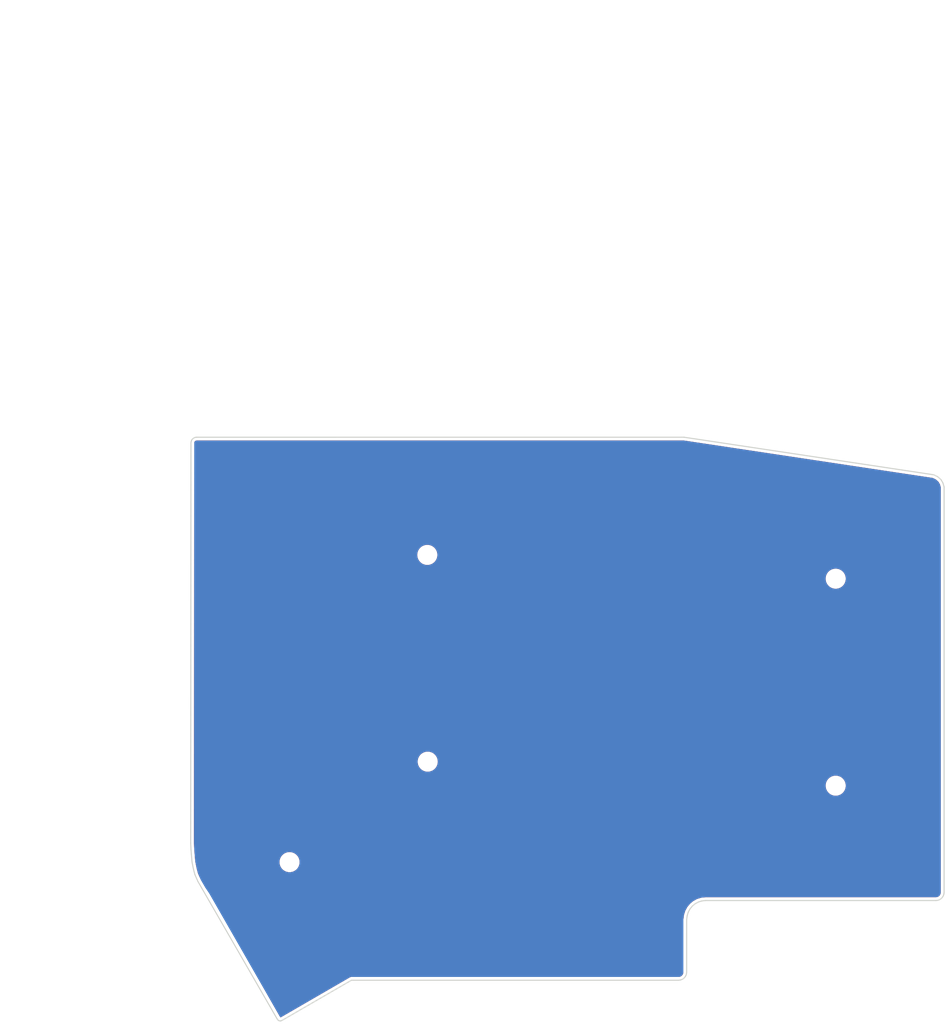
<source format=kicad_pcb>
(kicad_pcb (version 20211014) (generator pcbnew)
  (title_block (title "Lotus 58 Glow MX") (date "2020-12-12") (rev "0.95") (company "Markus Knutsson <markus.knutsson@tweety.se>") (comment 1 "https://github.com/TweetyDaBird") (comment 2 "Licensed under CERN-OHL-S v2 or any superseding version"))
  (layers (0 "F.Cu" signal) (31 "B.Cu" signal) (34 "B.Paste" user) (35 "F.Paste" user) (36 "B.SilkS" user "B.Silkscreen") (37 "F.SilkS" user "F.Silkscreen") (38 "B.Mask" user) (39 "F.Mask" user) (44 "Edge.Cuts" user))
  (net 0 "")
  (footprint "MountingHole:MountingHole_2.7mm_M2.5" (layer "F.Cu") (at 124.32538 57.40908)
    (fp_text reference "TH3" hide)
    (fp_text value "HOLE")
    (pad "" np_thru_hole circle locked (at 0 0) (size 2.7 2.7) (drill 2.7) (layers *.Cu *.Mask))
  )
  (footprint "MountingHole:MountingHole_2.7mm_M2.5" (layer "F.Cu") (at 199.7 61.8)
    (fp_text reference "TH4" hide)
    (fp_text value "HOLE")
    (pad "" np_thru_hole circle locked (at 0 0) (size 2.7 2.7) (drill 2.7) (layers *.Cu *.Mask))
  )
  (footprint "MountingHole:MountingHole_2.7mm_M2.5" (layer "F.Cu") (at 124.3965 95.5675)
    (fp_text reference "TH5" hide)
    (fp_text value "HOLE")
    (pad "" np_thru_hole circle locked (at 0 0) (size 2.7 2.7) (drill 2.7) (layers *.Cu *.Mask))
  )
  (footprint "MountingHole:MountingHole_2.7mm_M2.5" (layer "F.Cu") (at 199.7 100)
    (fp_text reference "TH6" hide)
    (fp_text value "HOLE")
    (pad "" np_thru_hole circle locked (at 0 0) (size 2.7 2.7) (drill 2.7) (layers *.Cu *.Mask))
  )
  (footprint "MountingHole:MountingHole_2.7mm_M2.5" (layer "F.Cu") (at 98.8949 114.1095 90)
    (fp_text reference "TH7" hide)
    (fp_text value "HOLE")
    (pad "" np_thru_hole circle locked (at 0 0 90) (size 2.7 2.7) (drill 2.7) (layers *.Cu *.Mask))
  )
  (gr_line (start 81.4197 116.3955) (end 81.9785 117.6655) (layer "Edge.Cuts") (width 0.2))
  (gr_line (start 219.50172 44.1452) (end 219.70492 44.8564) (layer "Edge.Cuts") (width 0.2))
  (gr_line (start 219.258732 120.757048) (end 219.03678 120.940136) (layer "Edge.Cuts") (width 0.2))
  (gr_line (start 219.03678 120.940136) (end 218.781972 121.078352) (layer "Edge.Cuts") (width 0.2))
  (gr_line (start 219.667372 119.998631) (end 219.580037 120.280287) (layer "Edge.Cuts") (width 0.2))
  (gr_line (start 219.580037 120.280287) (end 219.441821 120.535096) (layer "Edge.Cuts") (width 0.2))
  (gr_line (start 219.70492 119.6848) (end 219.667372 119.998631) (layer "Edge.Cuts") (width 0.2))
  (gr_line (start 219.441821 120.535096) (end 219.258732 120.757048) (layer "Edge.Cuts") (width 0.2))
  (gr_line (start 218.781972 121.078352) (end 218.500315 121.165688) (layer "Edge.Cuts") (width 0.2))
  (gr_line (start 218.500315 121.165688) (end 218.18092 121.19356) (layer "Edge.Cuts") (width 0.2))
  (gr_line (start 172.075297 134.989392) (end 171.937081 135.244201) (layer "Edge.Cuts") (width 0.2))
  (gr_line (start 80.7003 36.7444) (end 80.722283 36.528775) (layer "Edge.Cuts") (width 0.2))
  (gr_line (start 80.722283 36.528775) (end 80.783417 36.331615) (layer "Edge.Cuts") (width 0.2))
  (gr_line (start 81.342063 35.77297) (end 81.539222 35.711835) (layer "Edge.Cuts") (width 0.2))
  (gr_line (start 81.539222 35.711835) (end 81.7544 35.6903) (layer "Edge.Cuts") (width 0.2))
  (gr_line (start 80.880169 36.153249) (end 81.00833 35.997883) (layer "Edge.Cuts") (width 0.2))
  (gr_line (start 80.783417 36.331615) (end 80.880169 36.153249) (layer "Edge.Cuts") (width 0.2))
  (gr_line (start 81.00833 35.997883) (end 81.163697 35.869721) (layer "Edge.Cuts") (width 0.2))
  (gr_line (start 81.163697 35.869721) (end 81.342063 35.77297) (layer "Edge.Cuts") (width 0.2))
  (gr_line (start 80.772 112.649) (end 80.899 114.1095) (layer "Edge.Cuts") (width 0.2))
  (gr_line (start 80.7085 111.8235) (end 80.772 112.649) (layer "Edge.Cuts") (width 0.2))
  (gr_line (start 171.704 35.687) (end 81.7544 35.6903) (layer "Edge.Cuts") (width 0.2))
  (gr_line (start 80.899 114.1095) (end 81.153 115.3795) (layer "Edge.Cuts") (width 0.2))
  (gr_line (start 97.119252 143.413974) (end 97.268206 143.404468) (layer "Edge.Cuts") (width 0.2))
  (gr_line (start 172.19422 124.69622) (end 172.290391 123.987771) (layer "Edge.Cuts") (width 0.2))
  (gr_line (start 173.243884 122.218131) (end 173.761773 121.790925) (layer "Edge.Cuts") (width 0.2))
  (gr_line (start 218.511891 42.96639) (end 217.79552 42.621355) (layer "Edge.Cuts") (width 0.2))
  (gr_line (start 171.753993 135.466153) (end 171.53204 135.649242) (layer "Edge.Cuts") (width 0.2))
  (gr_line (start 80.645 110.617) (end 80.7003 36.7444) (layer "Edge.Cuts") (width 0.2))
  (gr_line (start 219.13342 43.5102) (end 218.511891 42.96639) (layer "Edge.Cuts") (width 0.2))
  (gr_line (start 171.53204 135.649242) (end 171.277232 135.787458) (layer "Edge.Cuts") (width 0.2))
  (gr_line (start 96.98047 143.386445) (end 97.119252 143.413974) (layer "Edge.Cuts") (width 0.2))
  (gr_line (start 172.290391 123.987771) (end 172.494174 123.330573) (layer "Edge.Cuts") (width 0.2))
  (gr_line (start 172.19308 134.427634) (end 172.162633 134.707736) (layer "Edge.Cuts") (width 0.2))
  (gr_line (start 219.13342 43.5102) (end 219.50172 44.1452) (layer "Edge.Cuts") (width 0.2))
  (gr_line (start 81.9785 117.6655) (end 96.629837 143.08815) (layer "Edge.Cuts") (width 0.2))
  (gr_line (start 175.719348 121.193595) (end 218.18092 121.19356) (layer "Edge.Cuts") (width 0.2))
  (gr_line (start 172.19422 124.69622) (end 172.19308 134.427634) (layer "Edge.Cuts") (width 0.2))
  (gr_line (start 81.153 115.3795) (end 81.4197 116.3955) (layer "Edge.Cuts") (width 0.2))
  (gr_line (start 173.761773 121.790925) (end 174.356326 121.468421) (layer "Edge.Cuts") (width 0.2))
  (gr_line (start 174.356326 121.468421) (end 175.013524 121.264638) (layer "Edge.Cuts") (width 0.2))
  (gr_line (start 97.268206 143.404468) (end 97.426864 143.357278) (layer "Edge.Cuts") (width 0.2))
  (gr_line (start 217.79552 42.621355) (end 171.704 35.687) (layer "Edge.Cuts") (width 0.2))
  (gr_line (start 172.816678 122.73602) (end 173.243884 122.218131) (layer "Edge.Cuts") (width 0.2))
  (gr_line (start 97.594758 143.271756) (end 110.31982 135.90524) (layer "Edge.Cuts") (width 0.2))
  (gr_line (start 110.31982 135.90524) (end 170.69308 135.90524) (layer "Edge.Cuts") (width 0.2))
  (gr_line (start 170.995576 135.874793) (end 170.69308 135.90524) (layer "Edge.Cuts") (width 0.2))
  (gr_line (start 171.277232 135.787458) (end 170.995576 135.874793) (layer "Edge.Cuts") (width 0.2))
  (gr_line (start 175.013524 121.264638) (end 175.719348 121.193595) (layer "Edge.Cuts") (width 0.2))
  (gr_line (start 96.852328 143.322532) (end 96.98047 143.386445) (layer "Edge.Cuts") (width 0.2))
  (gr_line (start 171.937081 135.244201) (end 171.753993 135.466153) (layer "Edge.Cuts") (width 0.2))
  (gr_line (start 97.426864 143.357278) (end 97.594758 143.271756) (layer "Edge.Cuts") (width 0.2))
  (gr_line (start 80.645 110.617) (end 80.7085 111.8235) (layer "Edge.Cuts") (width 0.2))
  (gr_line (start 96.735295 143.222884) (end 96.852328 143.322532) (layer "Edge.Cuts") (width 0.2))
  (gr_line (start 96.629837 143.08815) (end 96.735295 143.222884) (layer "Edge.Cuts") (width 0.2))
  (gr_line (start 172.494174 123.330573) (end 172.816678 122.73602) (layer "Edge.Cuts") (width 0.2))
  (gr_line (start 219.70492 44.8564) (end 219.70492 119.6848) (layer "Edge.Cuts") (width 0.2))
  (gr_line (start 172.162633 134.707736) (end 172.075297 134.989392) (layer "Edge.Cuts") (width 0.2))
  (zone (net 0) (net_name "") (layer "F.Cu") (connect_pads (clearance 0.508)) (min_thickness 0.254) (fill yes (thermal_gap 0.508) (thermal_bridge_width 0.508))
    (polygon (pts (xy 72.7649 34.81825) (xy 219.6399 35.48895) (xy 219.9 121) (xy 173.9 121) (xy 173.9 136) (xy 111.9 136) (xy 97.9 144) (xy 84.201 119.888) (xy 73.025 102.3293)))
  )
  (zone (net 0) (net_name "") (layer "B.Cu") (connect_pads (clearance 0.508)) (min_thickness 0.254) (fill yes (thermal_gap 0.508) (thermal_bridge_width 0.508))
    (polygon (pts (xy 72.54265 35.2056) (xy 219.76055 35.1016) (xy 219.9 121) (xy 173.9 121) (xy 173.9 136) (xy 111.9 136) (xy 97.9 144) (xy 84.074 119.888) (xy 72.6821 103.104)))
  )
)
</source>
